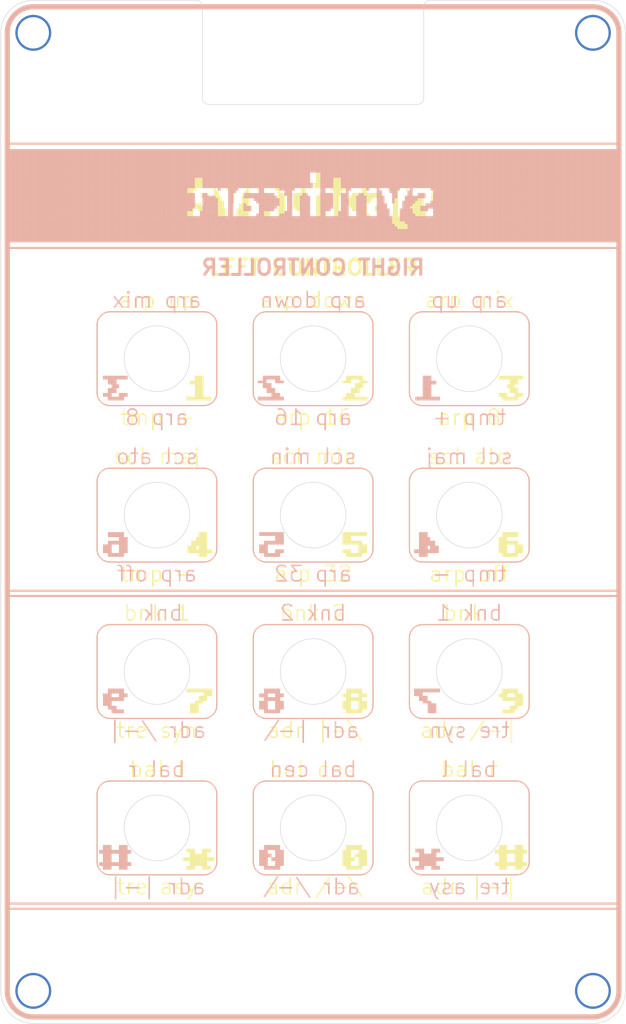
<source format=kicad_pcb>
(kicad_pcb (version 20171130) (host pcbnew "(5.1.8)-1")
  (layers (0 F.Cu signal) (31 B.Cu signal) (34 B.Paste user) (35 F.Paste user) (36 B.SilkS user) (37 F.SilkS user) (38 B.Mask user) (39 F.Mask user) (44 Edge.Cuts user))
  (net 0 "")
  (module artwork:sc_title (layer B.Cu) (at 181.61 54.5465 180)
    (fp_text reference G*** hide)
    (fp_text value LOGO hide)
  )
  (module artwork:key_hash (layer B.Cu) (at 133.096 123.698 180)
    (fp_text reference G*** hide)
    (fp_text value LOGO hide)
  )
  (module artwork:key_star (layer B.Cu) (at 163.576 123.698 180)
    (fp_text reference G*** hide)
    (fp_text value LOGO hide)
  )
  (module artwork:key_7 (layer B.Cu) (at 163.576 108.458 180)
    (fp_text reference G*** hide)
    (fp_text value LOGO hide)
  )
  (module artwork:key_5 (layer B.Cu) (at 148.336 93.218 180)
    (fp_text reference G*** hide)
    (fp_text value LOGO hide)
  )
  (module artwork:key_8 (layer B.Cu) (at 148.336 108.458 180)
    (fp_text reference G*** hide)
    (fp_text value LOGO hide)
  )
  (module artwork:key_4 (layer B.Cu) (at 163.576 93.218 180)
    (fp_text reference G*** hide)
    (fp_text value LOGO hide)
  )
  (module artwork:key_3 (layer B.Cu) (at 133.096 77.978 180)
    (fp_text reference G*** hide)
    (fp_text value LOGO hide)
  )
  (module artwork:key_2 (layer B.Cu) (at 148.336 77.978 180)
    (fp_text reference G*** hide)
    (fp_text value LOGO hide)
  )
  (module artwork:key_6 (layer B.Cu) (at 133.096 93.218 180)
    (fp_text reference G*** hide)
    (fp_text value LOGO hide)
  )
  (module artwork:key_0 (layer B.Cu) (at 148.336 123.698 180)
    (fp_text reference G*** hide)
    (fp_text value LOGO hide)
  )
  (module artwork:key_9 (layer B.Cu) (at 133.096 108.458 180)
    (fp_text reference G*** hide)
    (fp_text value LOGO hide)
  )
  (module artwork:key_1 (layer B.Cu) (at 163.576 77.978 180)
    (fp_text reference G*** hide)
    (fp_text value LOGO hide)
  )
  (module artwork:sc_key (layer B.Cu) (at 167.64 120.65 180)
    (fp_text reference G*** hide)
    (fp_text value LOGO hide)
  )
  (module artwork:sc_key (layer B.Cu) (at 137.16 120.65 180)
    (fp_text reference G*** hide)
    (fp_text value LOGO hide)
  )
  (module artwork:sc_key (layer B.Cu) (at 137.16 105.41 180)
    (fp_text reference G*** hide)
    (fp_text value LOGO hide)
  )
  (module artwork:sc_key (layer B.Cu) (at 152.4 105.41 180)
    (fp_text reference G*** hide)
    (fp_text value LOGO hide)
  )
  (module artwork:sc_key (layer B.Cu) (at 167.64 105.41 180)
    (fp_text reference G*** hide)
    (fp_text value LOGO hide)
  )
  (module artwork:sc_key (layer B.Cu) (at 137.16 90.17 180)
    (fp_text reference G*** hide)
    (fp_text value LOGO hide)
  )
  (module artwork:sc_key (layer B.Cu) (at 167.64 74.93 180)
    (fp_text reference G*** hide)
    (fp_text value LOGO hide)
  )
  (module artwork:sc_key (layer B.Cu) (at 137.16 74.93 180)
    (fp_text reference G*** hide)
    (fp_text value LOGO hide)
  )
  (module artwork:sc_key (layer B.Cu) (at 152.4 120.65 180)
    (fp_text reference G*** hide)
    (fp_text value LOGO hide)
  )
  (module artwork:sc_key (layer B.Cu) (at 167.64 90.17 180)
    (fp_text reference G*** hide)
    (fp_text value LOGO hide)
  )
  (module artwork:sc_key (layer B.Cu) (at 152.4 90.17 180)
    (fp_text reference G*** hide)
    (fp_text value LOGO hide)
  )
  (module artwork:sc_key (layer B.Cu) (at 152.4 74.93 180)
    (fp_text reference G*** hide)
    (fp_text value LOGO hide)
  )
  (module artwork:sc_key (layer F.Cu) (at 137.16 120.65)
    (fp_text reference G*** hide)
    (fp_text value LOGO hide)
  )
  (module artwork:sc_key (layer F.Cu) (at 152.4 120.65)
    (fp_text reference G*** hide)
    (fp_text value LOGO hide)
  )
  (module artwork:sc_key (layer F.Cu) (at 167.64 120.65)
    (fp_text reference G*** hide)
    (fp_text value LOGO hide)
  )
  (module artwork:sc_key (layer F.Cu) (at 167.64 105.41)
    (fp_text reference G*** hide)
    (fp_text value LOGO hide)
  )
  (module artwork:sc_key (layer F.Cu) (at 152.4 105.41)
    (fp_text reference G*** hide)
    (fp_text value LOGO hide)
  )
  (module artwork:sc_key (layer F.Cu) (at 137.16 105.41)
    (fp_text reference G*** hide)
    (fp_text value LOGO hide)
  )
  (module artwork:sc_key (layer F.Cu) (at 137.16 90.17)
    (fp_text reference G*** hide)
    (fp_text value LOGO hide)
  )
  (module artwork:sc_key (layer F.Cu) (at 152.4 90.17)
    (fp_text reference G*** hide)
    (fp_text value LOGO hide)
  )
  (module artwork:sc_key (layer F.Cu) (at 167.64 90.17)
    (fp_text reference G*** hide)
    (fp_text value LOGO hide)
  )
  (module artwork:sc_key (layer F.Cu) (at 137.16 74.93)
    (fp_text reference G*** hide)
    (fp_text value LOGO hide)
  )
  (module artwork:sc_key (layer F.Cu) (at 152.4 74.93)
    (fp_text reference G*** hide)
    (fp_text value LOGO hide)
  )
  (module artwork:sc_key (layer F.Cu) (at 167.64 74.93)
    (fp_text reference G*** hide)
    (fp_text value LOGO hide)
  )
  (module artwork:key_1 (layer F.Cu) (at 141.224 77.978)
    (fp_text reference G*** hide)
    (fp_text value LOGO hide)
  )
  (module artwork:sc_title (layer F.Cu) (at 123.19 54.5465)
    (fp_text reference G*** hide)
    (fp_text value LOGO hide)
  )
  (module artwork:key_7 (layer F.Cu) (at 141.224 108.458)
    (fp_text reference G*** hide)
    (fp_text value LOGO hide)
  )
  (module artwork:key_8 (layer F.Cu) (at 156.464 108.458)
    (fp_text reference G*** hide)
    (fp_text value LOGO hide)
  )
  (module artwork:key_9 (layer F.Cu) (at 171.704 108.458)
    (fp_text reference G*** hide)
    (fp_text value LOGO hide)
  )
  (module artwork:key_star (layer F.Cu) (at 141.224 123.698)
    (fp_text reference G*** hide)
    (fp_text value LOGO hide)
  )
  (module artwork:key_0 (layer F.Cu) (at 156.464 123.698)
    (fp_text reference G*** hide)
    (fp_text value LOGO hide)
  )
  (module artwork:key_hash (layer F.Cu) (at 171.704 123.698)
    (fp_text reference G*** hide)
    (fp_text value LOGO hide)
  )
  (module artwork:key_6 (layer F.Cu) (at 171.704 93.218)
    (fp_text reference G*** hide)
    (fp_text value LOGO hide)
  )
  (module artwork:key_2 (layer F.Cu) (at 156.464 77.978)
    (fp_text reference G*** hide)
    (fp_text value LOGO hide)
  )
  (module artwork:key_3 (layer F.Cu) (at 171.704 77.978)
    (fp_text reference G*** hide)
    (fp_text value LOGO hide)
  )
  (module artwork:key_4 (layer F.Cu) (at 141.224 93.218)
    (fp_text reference G*** hide)
    (fp_text value LOGO hide)
  )
  (module artwork:key_5 (layer F.Cu) (at 156.464 93.218)
    (fp_text reference G*** hide)
    (fp_text value LOGO hide)
  )
  (module mounting:M3_pin (layer F.Cu) (at 125.095 136.525)
    (fp_text reference M1 hide)
    (fp_text value Mounting hide)
    (pad 1 thru_hole circle (at 0 0) (size 3.5 3.5) (drill 3.048) (layers *.Cu *.Mask))
  )
  (module mounting:M3_pin (layer F.Cu) (at 179.705 136.525)
    (fp_text reference M2 hide)
    (fp_text value Mounting hide)
    (pad 1 thru_hole circle (at 0 0) (size 3.5 3.5) (drill 3.048) (layers *.Cu *.Mask))
  )
  (module mounting:M3_pin (layer F.Cu) (at 179.705 43.18)
    (fp_text reference M3 hide)
    (fp_text value Mounting hide)
    (pad 1 thru_hole circle (at 0 0) (size 3.5 3.5) (drill 3.048) (layers *.Cu *.Mask))
  )
  (module mounting:M3_pin (layer F.Cu) (at 125.095 43.18)
    (fp_text reference M4 hide)
    (fp_text value Mounting hide)
    (pad 1 thru_hole circle (at 0 0) (size 3.5 3.5) (drill 3.048) (layers *.Cu *.Mask))
  )
  (gr_line (start 182.245 54.61) (end 122.555 54.61) (layer B.SilkS) (width 0.2))
  (gr_line (start 122.555 63.5) (end 182.245 63.5) (layer B.SilkS) (width 0.2))
  (gr_line (start 181.9275 54.6735) (end 181.9275 63.4365) (layer B.SilkS) (width 0.2))
  (gr_line (start 182.245 64.135) (end 122.555 64.135) (layer B.SilkS) (width 0.2))
  (gr_line (start 122.8725 54.6735) (end 122.8725 63.4365) (layer B.SilkS) (width 0.2))
  (gr_line (start 181.6735 54.6735) (end 181.6735 63.4365) (layer B.SilkS) (width 0.2))
  (gr_line (start 181.8005 54.6735) (end 181.8005 63.4365) (layer B.SilkS) (width 0.2))
  (gr_line (start 122.555 53.975) (end 182.245 53.975) (layer B.SilkS) (width 0.2))
  (gr_line (start 123.063 54.6735) (end 123.063 63.4365) (layer B.SilkS) (width 0.2))
  (gr_text "RIGHT CONTROLLER" (at 152.4 66.04) (layer B.SilkS) (effects (font (size 1.5 1.5) (thickness 0.3)) (justify mirror)))
  (gr_line (start 122.555 136.525) (end 122.555 43.18) (layer F.SilkS) (width 0.5))
  (gr_text "adr |-\\" (at 152.4 111.125) (layer B.SilkS) (effects (font (size 1.5 1.5)) (justify mirror)))
  (gr_text "adr /-|" (at 137.16 111.125) (layer B.SilkS) (effects (font (size 1.5 1.5)) (justify mirror)))
  (gr_text "bnk 2" (at 152.4 99.695) (layer B.SilkS) (effects (font (size 1.5 1.5)) (justify mirror)))
  (gr_text "bnk " (at 137.16 99.695) (layer B.SilkS) (effects (font (size 1.5 1.5)) (justify mirror)))
  (gr_text "bnk 1" (at 167.64 99.695) (layer B.SilkS) (effects (font (size 1.5 1.5)) (justify mirror)))
  (gr_text "tre syn" (at 167.64 111.125) (layer B.SilkS) (effects (font (size 1.5 1.5)) (justify mirror)))
  (gr_text "arp 32" (at 152.4 95.885) (layer B.SilkS) (effects (font (size 1.5 1.5)) (justify mirror)))
  (gr_text "arp off" (at 137.16 95.885) (layer B.SilkS) (effects (font (size 1.5 1.5)) (justify mirror)))
  (gr_text "scl ato" (at 137.16 84.455) (layer B.SilkS) (effects (font (size 1.5 1.5)) (justify mirror)))
  (gr_text "scl maj" (at 167.64 84.455) (layer B.SilkS) (effects (font (size 1.5 1.5)) (justify mirror)))
  (gr_text "tmp -" (at 167.64 95.885) (layer B.SilkS) (effects (font (size 1.5 1.5)) (justify mirror)))
  (gr_text "scl min" (at 152.4 84.455) (layer B.SilkS) (effects (font (size 1.5 1.5)) (justify mirror)))
  (gr_text "bal cen" (at 152.4 114.935) (layer B.SilkS) (effects (font (size 1.5 1.5)) (justify mirror)))
  (gr_text "adr |-|" (at 137.16 126.365) (layer B.SilkS) (effects (font (size 1.5 1.5)) (justify mirror)))
  (gr_text "bal r" (at 137.16 114.935) (layer B.SilkS) (effects (font (size 1.5 1.5)) (justify mirror)))
  (gr_text "bal l" (at 167.64 114.935) (layer B.SilkS) (effects (font (size 1.5 1.5)) (justify mirror)))
  (gr_text "adr /-\\" (at 152.4 126.365) (layer B.SilkS) (effects (font (size 1.5 1.5)) (justify mirror)))
  (gr_text "tre asy" (at 167.64 126.365) (layer B.SilkS) (effects (font (size 1.5 1.5)) (justify mirror)))
  (gr_line (start 122.555 97.536) (end 182.245 97.536) (layer B.SilkS) (width 0.2))
  (gr_line (start 182.245 98.044) (end 122.555 98.044) (layer B.SilkS) (width 0.2))
  (gr_text "arp 16" (at 152.4 80.645) (layer B.SilkS) (effects (font (size 1.5 1.5)) (justify mirror)))
  (gr_text "arp 8" (at 137.16 80.645) (layer B.SilkS) (effects (font (size 1.5 1.5)) (justify mirror)))
  (gr_text "tmp +" (at 167.64 80.645) (layer B.SilkS) (effects (font (size 1.5 1.5)) (justify mirror)))
  (gr_text "arp mix" (at 137.16 69.215) (layer B.SilkS) (effects (font (size 1.5 1.5)) (justify mirror)))
  (gr_text "arp down" (at 152.4 69.215) (layer B.SilkS) (effects (font (size 1.5 1.5)) (justify mirror)))
  (gr_text "arp up" (at 167.64 69.215) (layer B.SilkS) (effects (font (size 1.5 1.5)) (justify mirror)))
  (gr_line (start 122.555 128.016) (end 182.245 128.016) (layer B.SilkS) (width 0.2))
  (gr_line (start 182.245 128.524) (end 122.555 128.524) (layer B.SilkS) (width 0.2))
  (gr_line (start 182.245 128.016) (end 122.555 128.016) (layer F.SilkS) (width 0.2))
  (gr_line (start 122.555 128.524) (end 182.245 128.524) (layer F.SilkS) (width 0.2))
  (gr_text "LEFT CONTROLLER" (at 152.4 66.04) (layer F.SilkS) (effects (font (size 1.5 1.5) (thickness 0.3))))
  (gr_text "adr /-\\" (at 152.4 126.365) (layer F.SilkS) (effects (font (size 1.5 1.5))))
  (gr_text "adr |-|" (at 167.64 126.365) (layer F.SilkS) (effects (font (size 1.5 1.5))))
  (gr_text "bal r" (at 167.64 114.935) (layer F.SilkS) (effects (font (size 1.5 1.5))))
  (gr_text "bal l" (at 137.16 114.935) (layer F.SilkS) (effects (font (size 1.5 1.5))))
  (gr_text "tre asy" (at 137.16 126.365) (layer F.SilkS) (effects (font (size 1.5 1.5))))
  (gr_text "bal cen" (at 152.4 114.935) (layer F.SilkS) (effects (font (size 1.5 1.5))))
  (gr_text "adr |-\\" (at 152.4 111.125) (layer F.SilkS) (effects (font (size 1.5 1.5))))
  (gr_text "adr /-|" (at 167.64 111.125) (layer F.SilkS) (effects (font (size 1.5 1.5))))
  (gr_text "bnk " (at 167.64 99.695) (layer F.SilkS) (effects (font (size 1.5 1.5))))
  (gr_text "bnk 1" (at 137.16 99.695) (layer F.SilkS) (effects (font (size 1.5 1.5))))
  (gr_text "tre syn" (at 137.16 111.125) (layer F.SilkS) (effects (font (size 1.5 1.5))))
  (gr_text "bnk 2" (at 152.4 99.695) (layer F.SilkS) (effects (font (size 1.5 1.5))))
  (gr_text "arp 32" (at 152.4 95.885) (layer F.SilkS) (effects (font (size 1.5 1.5))))
  (gr_text "arp off" (at 167.64 95.885) (layer F.SilkS) (effects (font (size 1.5 1.5))))
  (gr_text "tmp -" (at 137.16 95.885) (layer F.SilkS) (effects (font (size 1.5 1.5))))
  (gr_text "scl ato" (at 167.64 84.455) (layer F.SilkS) (effects (font (size 1.5 1.5))))
  (gr_text "scl min" (at 152.4 84.455) (layer F.SilkS) (effects (font (size 1.5 1.5))))
  (gr_text "scl maj" (at 137.16 84.455) (layer F.SilkS) (effects (font (size 1.5 1.5))))
  (gr_text "arp mix" (at 167.64 69.215) (layer F.SilkS) (effects (font (size 1.5 1.5))))
  (gr_text "arp down" (at 152.4 69.215) (layer F.SilkS) (effects (font (size 1.5 1.5))))
  (gr_text "arp up" (at 137.16 69.215) (layer F.SilkS) (effects (font (size 1.5 1.5))))
  (gr_line (start 122.9995 54.6735) (end 122.9995 63.4365) (layer F.SilkS) (width 0.2))
  (gr_line (start 123.1265 54.6735) (end 123.1265 63.4365) (layer F.SilkS) (width 0.2))
  (gr_line (start 122.8725 54.6735) (end 122.8725 63.4365) (layer F.SilkS) (width 0.2))
  (gr_line (start 181.9275 54.6735) (end 181.9275 63.4365) (layer F.SilkS) (width 0.2))
  (gr_line (start 181.737 54.6735) (end 181.737 63.4365) (layer F.SilkS) (width 0.2))
  (gr_line (start 122.555 64.135) (end 182.245 64.135) (layer F.SilkS) (width 0.2))
  (gr_line (start 182.245 63.5) (end 122.555 63.5) (layer F.SilkS) (width 0.2))
  (gr_line (start 122.555 54.61) (end 182.245 54.61) (layer F.SilkS) (width 0.2))
  (gr_line (start 182.245 53.975) (end 122.555 53.975) (layer F.SilkS) (width 0.2))
  (gr_arc (start 125.095 43.18) (end 122.555 43.18) (angle 90) (layer B.SilkS) (width 0.5))
  (gr_line (start 125.095 139.065) (end 179.705 139.065) (layer B.SilkS) (width 0.5))
  (gr_line (start 179.705 40.64) (end 125.095 40.64) (layer B.SilkS) (width 0.5))
  (gr_line (start 182.245 136.525) (end 182.245 43.18) (layer B.SilkS) (width 0.5))
  (gr_arc (start 179.705 136.525) (end 182.245 136.525) (angle 90) (layer B.SilkS) (width 0.5))
  (gr_line (start 122.555 43.18) (end 122.555 136.525) (layer B.SilkS) (width 0.5))
  (gr_arc (start 125.095 136.525) (end 125.095 139.065) (angle 90) (layer B.SilkS) (width 0.5))
  (gr_arc (start 179.705 43.18) (end 179.705 40.64) (angle 90) (layer B.SilkS) (width 0.5))
  (gr_line (start 122.555 98.044) (end 182.245 98.044) (layer F.SilkS) (width 0.2))
  (gr_line (start 182.245 97.536) (end 122.555 97.536) (layer F.SilkS) (width 0.2))
  (gr_text "tmp +" (at 137.16 80.645) (layer F.SilkS) (effects (font (size 1.5 1.5))))
  (gr_text "arp 16" (at 152.4 80.645) (layer F.SilkS) (effects (font (size 1.5 1.5))))
  (gr_text "arp 8" (at 167.64 80.645) (layer F.SilkS) (effects (font (size 1.5 1.5))))
  (gr_circle (center 137.16 120.65) (end 140.36 120.65) (layer Edge.Cuts) (width 0.05))
  (gr_circle (center 152.4 120.65) (end 155.6 120.65) (layer Edge.Cuts) (width 0.05))
  (gr_circle (center 167.64 120.65) (end 170.84 120.65) (layer Edge.Cuts) (width 0.05))
  (gr_circle (center 167.64 105.41) (end 170.84 105.41) (layer Edge.Cuts) (width 0.05))
  (gr_circle (center 152.4 105.41) (end 155.6 105.41) (layer Edge.Cuts) (width 0.05))
  (gr_circle (center 137.16 105.41) (end 140.36 105.41) (layer Edge.Cuts) (width 0.05))
  (gr_circle (center 137.16 90.17) (end 140.36 90.17) (layer Edge.Cuts) (width 0.05))
  (gr_circle (center 152.4 90.17) (end 155.6 90.17) (layer Edge.Cuts) (width 0.05))
  (gr_circle (center 167.64 90.17) (end 170.84 90.17) (layer Edge.Cuts) (width 0.05))
  (gr_circle (center 167.64 74.93) (end 170.84 74.93) (layer Edge.Cuts) (width 0.05))
  (gr_circle (center 152.4 74.93) (end 155.6 74.93) (layer Edge.Cuts) (width 0.05))
  (gr_circle (center 137.16 74.93) (end 140.36 74.93) (layer Edge.Cuts) (width 0.05))
  (gr_line (start 163.83 40.005) (end 179.705 40.005) (layer Edge.Cuts) (width 0.05))
  (gr_arc (start 142.24 49.53) (end 141.605 49.53) (angle -90) (layer Edge.Cuts) (width 0.05))
  (gr_arc (start 140.97 40.64) (end 141.605 40.64) (angle -90) (layer Edge.Cuts) (width 0.05))
  (gr_arc (start 163.83 40.64) (end 163.83 40.005) (angle -90) (layer Edge.Cuts) (width 0.05))
  (gr_arc (start 162.56 49.53) (end 162.56 50.165) (angle -90) (layer Edge.Cuts) (width 0.05))
  (gr_line (start 141.605 49.53) (end 141.605 40.64) (layer Edge.Cuts) (width 0.05))
  (gr_line (start 162.56 50.165) (end 142.24 50.165) (layer Edge.Cuts) (width 0.05))
  (gr_line (start 163.195 49.53) (end 163.195 40.64) (layer Edge.Cuts) (width 0.05))
  (gr_line (start 122.555 136.525) (end 122.555 43.18) (layer F.SilkS) (width 0.5))
  (gr_line (start 179.705 139.065) (end 125.095 139.065) (layer F.SilkS) (width 0.5))
  (gr_line (start 182.245 43.18) (end 182.245 136.525) (layer F.SilkS) (width 0.5))
  (gr_line (start 125.095 40.64) (end 179.705 40.64) (layer F.SilkS) (width 0.5))
  (gr_arc (start 125.095 136.525) (end 122.555 136.525) (angle -90) (layer F.SilkS) (width 0.5))
  (gr_arc (start 179.705 136.525) (end 179.705 139.065) (angle -90) (layer F.SilkS) (width 0.5))
  (gr_arc (start 179.705 43.18) (end 182.245 43.18) (angle -90) (layer F.SilkS) (width 0.5))
  (gr_arc (start 125.095 43.18) (end 125.095 40.64) (angle -90) (layer F.SilkS) (width 0.5))
  (gr_line (start 125.095 139.7) (end 179.705 139.7) (layer Edge.Cuts) (width 0.05))
  (gr_line (start 121.92 43.18) (end 121.92 136.525) (layer Edge.Cuts) (width 0.05))
  (gr_line (start 140.97 40.005) (end 125.095 40.005) (layer Edge.Cuts) (width 0.05))
  (gr_line (start 182.88 43.18) (end 182.88 136.525) (layer Edge.Cuts) (width 0.05))
  (gr_arc (start 179.705 136.525) (end 179.705 139.7) (angle -90) (layer Edge.Cuts) (width 0.05))
  (gr_arc (start 125.095 136.525) (end 121.92 136.525) (angle -90) (layer Edge.Cuts) (width 0.05))
  (gr_arc (start 125.095 43.18) (end 125.095 40.005) (angle -90) (layer Edge.Cuts) (width 0.05))
  (gr_arc (start 179.705 43.18) (end 182.88 43.18) (angle -90) (layer Edge.Cuts) (width 0.05))
)
</source>
